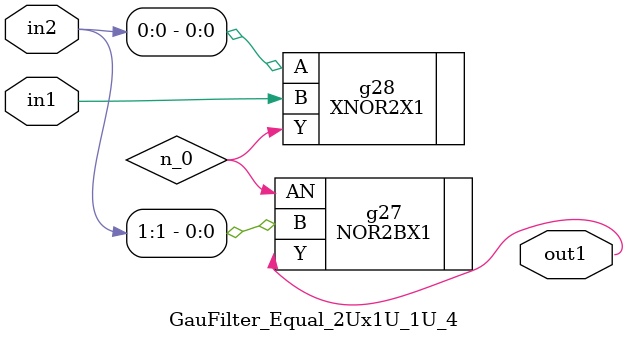
<source format=v>
`timescale 1ps / 1ps


module GauFilter_Equal_2Ux1U_1U_4(in2, in1, out1);
  input [1:0] in2;
  input in1;
  output out1;
  wire [1:0] in2;
  wire in1;
  wire out1;
  wire n_0;
  NOR2BX1 g27(.AN (n_0), .B (in2[1]), .Y (out1));
  XNOR2X1 g28(.A (in2[0]), .B (in1), .Y (n_0));
endmodule


</source>
